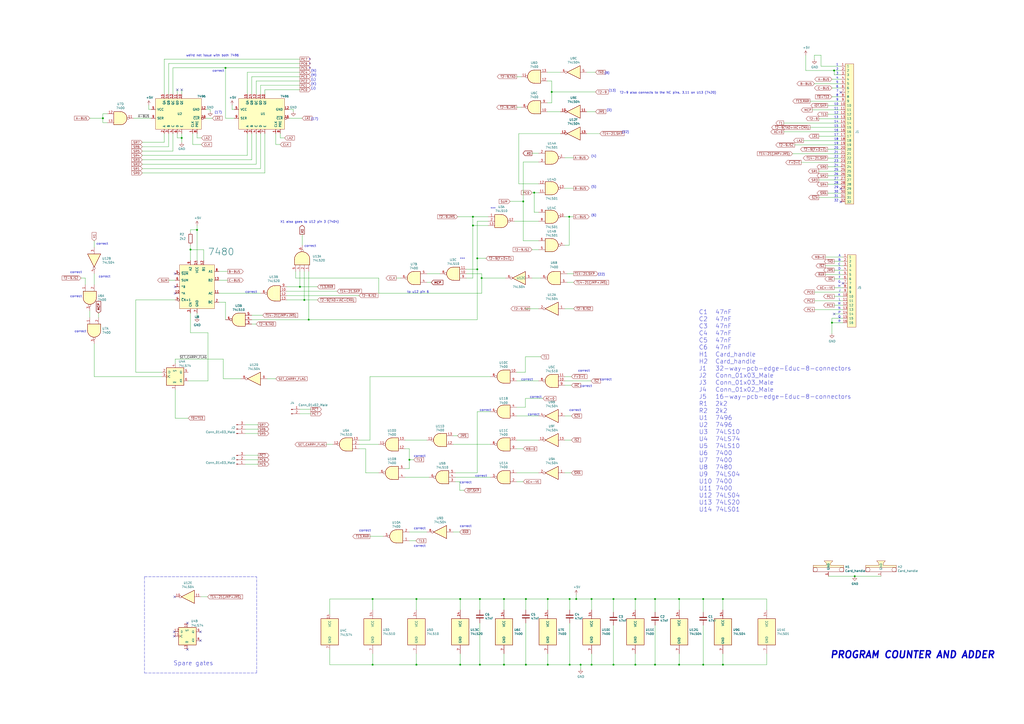
<source format=kicad_sch>
(kicad_sch (version 20211123) (generator eeschema)
  (paper "A2")
  (title_block (title "Program counter and adder") (date "2021-07-14") (rev "1") (company "Electronics Australia") (comment 1 "Designed by Jamieson Rowe") (comment 2 "Drawn by Gwyllym Suter"))
  (junction (at 330.454 347.472))
  (junction (at 368.554 347.472))
  (junction (at 368.554 385.572))
  (junction (at 317.754 385.572))
  (junction (at 334.264 347.472))
  (junction (at 110.49 144.78))
  (junction (at 173.99 166.37))
  (junction (at 305.054 385.572))
  (junction (at 336.804 385.572))
  (junction (at 59.69 68.58))
  (junction (at 317.754 347.472))
  (junction (at 292.354 385.572))
  (junction (at 266.954 385.572))
  (junction (at 292.354 347.472))
  (junction (at 330.2 125.73))
  (junction (at 274.32 130.81))
  (junction (at 278.384 347.472))
  (junction (at 105.41 80.01))
  (junction (at 309.88 111.76))
  (junction (at 303.53 116.84))
  (junction (at 274.32 125.73))
  (junction (at 330.454 385.572))
  (junction (at 343.154 385.572))
  (junction (at 355.854 385.572))
  (junction (at 266.954 347.472))
  (junction (at 279.4 161.29))
  (junction (at 130.81 39.37))
  (junction (at 379.984 385.572))
  (junction (at 176.53 173.99))
  (junction (at 241.554 385.572))
  (junction (at 419.354 385.572))
  (junction (at 393.954 347.472))
  (junction (at 179.07 185.42))
  (junction (at 355.854 347.472))
  (junction (at 483.87 40.894))
  (junction (at 393.954 385.572))
  (junction (at 241.554 347.472))
  (junction (at 305.054 347.472))
  (junction (at 216.154 385.572))
  (junction (at 278.384 385.572))
  (junction (at 495.808 334.264))
  (junction (at 237.49 266.7))
  (junction (at 276.86 149.86))
  (junction (at 114.3 133.35))
  (junction (at 379.984 347.472))
  (junction (at 407.924 347.472))
  (junction (at 216.154 347.472))
  (junction (at 407.924 385.572))
  (junction (at 343.154 347.472))
  (junction (at 419.354 347.472))
  (junction (at 482.6 187.198))
  (junction (at 320.04 53.34))
  (junction (at 276.86 156.21))
  (no_connect (at 101.092 369.062))
  (no_connect (at 108.712 361.442))
  (no_connect (at 108.712 376.682))
  (no_connect (at 101.092 366.522))
  (no_connect (at 116.332 366.522))
  (no_connect (at 116.332 371.602))
  (no_connect (at 101.6 170.18))
  (no_connect (at 101.6 158.75))
  (no_connect (at 101.6 166.37))
  (no_connect (at 487.68 109.474))
  (no_connect (at 483.87 182.118))
  (no_connect (at 102.87 52.07))
  (no_connect (at 488.95 164.338))
  (no_connect (at 487.68 117.094))
  (no_connect (at 105.41 52.07))
  (no_connect (at 487.68 53.594))
  (no_connect (at 101.346 346.202))
  (wire (pts (xy 118.11 151.13) (xy 118.11 144.78)))
  (wire (pts (xy 241.554 385.572) (xy 216.154 385.572)))
  (wire (pts (xy 208.28 257.81) (xy 219.71 257.81)))
  (wire (pts (xy 309.88 123.19) (xy 312.42 123.19)))
  (wire (pts (xy 276.86 128.27) (xy 276.86 149.86)))
  (wire (pts (xy 166.37 168.91) (xy 195.58 168.91)))
  (wire (pts (xy 127 170.18) (xy 151.13 170.18)))
  (wire (pts (xy 265.43 125.73) (xy 274.32 125.73)))
  (wire (pts (xy 295.91 116.84) (xy 303.53 116.84)))
  (wire (pts (xy 114.3 77.47) (xy 114.3 80.01)))
  (wire (pts (xy 472.44 48.514) (xy 487.68 48.514)))
  (wire (pts (xy 208.28 260.35) (xy 212.09 260.35)))
  (wire (pts (xy 52.07 180.34) (xy 52.07 184.15)))
  (wire (pts (xy 153.67 77.47) (xy 153.67 100.33)))
  (wire (pts (xy 101.6 208.28) (xy 129.54 208.28)))
  (wire (pts (xy 143.51 77.47) (xy 143.51 90.17)))
  (wire (pts (xy 78.74 215.9) (xy 93.98 215.9)))
  (wire (pts (xy 142.24 269.24) (xy 149.86 269.24)))
  (wire (pts (xy 317.754 353.822) (xy 317.754 347.472)))
  (wire (pts (xy 162.56 80.01) (xy 165.1 80.01)))
  (wire (pts (xy 482.6 187.198) (xy 482.6 193.548)))
  (wire (pts (xy 95.25 34.29) (xy 173.99 34.29)))
  (wire (pts (xy 334.264 347.472) (xy 343.154 347.472)))
  (wire (pts (xy 129.54 219.71) (xy 139.7 219.71)))
  (wire (pts (xy 143.51 90.17) (xy 82.55 90.17)))
  (wire (pts (xy 130.81 39.37) (xy 173.99 39.37)))
  (wire (pts (xy 241.554 379.222) (xy 241.554 385.572)))
  (wire (pts (xy 110.49 144.78) (xy 110.49 142.24)))
  (wire (pts (xy 176.53 173.99) (xy 184.15 173.99)))
  (wire (pts (xy 237.49 266.7) (xy 237.49 271.78)))
  (wire (pts (xy 299.72 274.32) (xy 312.42 274.32)))
  (wire (pts (xy 487.68 81.534) (xy 466.09 81.534)))
  (wire (pts (xy 216.154 347.472) (xy 191.262 347.472)))
  (wire (pts (xy 330.2 125.73) (xy 330.2 142.24)))
  (wire (pts (xy 487.68 71.374) (xy 454.66 71.374)))
  (wire (pts (xy 472.44 169.418) (xy 488.95 169.418)))
  (wire (pts (xy 118.11 144.78) (xy 110.49 144.78)))
  (wire (pts (xy 134.62 60.96) (xy 134.62 63.5)))
  (wire (pts (xy 336.804 388.112) (xy 336.804 385.572)))
  (polyline (pts (xy 83.82 390.398) (xy 148.844 390.398)))
  (wire (pts (xy 330.454 361.442) (xy 330.454 385.572)))
  (wire (pts (xy 444.754 385.572) (xy 444.754 379.222)))
  (wire (pts (xy 487.68 91.694) (xy 480.06 91.694)))
  (wire (pts (xy 234.95 260.35) (xy 237.49 260.35)))
  (wire (pts (xy 419.354 385.572) (xy 419.354 379.222)))
  (wire (pts (xy 320.04 46.99) (xy 317.5 46.99)))
  (wire (pts (xy 320.04 53.34) (xy 345.44 53.34)))
  (wire (pts (xy 476.25 32.004) (xy 472.44 32.004)))
  (wire (pts (xy 154.94 219.71) (xy 160.02 219.71)))
  (wire (pts (xy 276.86 149.86) (xy 276.86 156.21)))
  (wire (pts (xy 487.68 78.994) (xy 474.98 78.994)))
  (wire (pts (xy 266.954 379.222) (xy 266.954 385.572)))
  (wire (pts (xy 216.154 353.822) (xy 216.154 347.472)))
  (wire (pts (xy 487.68 86.614) (xy 480.06 86.614)))
  (wire (pts (xy 216.154 385.572) (xy 191.262 385.572)))
  (wire (pts (xy 480.06 101.854) (xy 487.68 101.854)))
  (wire (pts (xy 237.49 266.7) (xy 240.03 266.7)))
  (wire (pts (xy 419.354 353.822) (xy 419.354 347.472)))
  (wire (pts (xy 219.71 161.29) (xy 219.71 170.18)))
  (wire (pts (xy 488.95 187.198) (xy 482.6 187.198)))
  (wire (pts (xy 274.32 161.29) (xy 270.51 161.29)))
  (wire (pts (xy 110.49 133.35) (xy 114.3 133.35)))
  (wire (pts (xy 54.61 218.44) (xy 93.98 218.44)))
  (wire (pts (xy 393.954 347.472) (xy 379.984 347.472)))
  (wire (pts (xy 100.33 77.47) (xy 100.33 87.63)))
  (wire (pts (xy 146.05 92.71) (xy 82.55 92.71)))
  (wire (pts (xy 304.8 231.14) (xy 314.96 231.14)))
  (wire (pts (xy 49.53 161.29) (xy 46.99 161.29)))
  (wire (pts (xy 148.59 46.99) (xy 173.99 46.99)))
  (wire (pts (xy 368.554 385.572) (xy 355.854 385.572)))
  (wire (pts (xy 62.23 66.04) (xy 59.69 66.04)))
  (wire (pts (xy 483.87 166.878) (xy 488.95 166.878)))
  (wire (pts (xy 234.95 255.27) (xy 247.65 255.27)))
  (wire (pts (xy 151.13 54.61) (xy 151.13 49.53)))
  (wire (pts (xy 379.984 362.712) (xy 379.984 385.572)))
  (wire (pts (xy 160.02 83.82) (xy 160.02 77.47)))
  (wire (pts (xy 487.68 40.894) (xy 483.87 40.894)))
  (wire (pts (xy 308.61 144.78) (xy 312.42 144.78)))
  (wire (pts (xy 487.68 73.914) (xy 469.9 73.914)))
  (wire (pts (xy 487.68 84.074) (xy 461.01 84.074)))
  (wire (pts (xy 102.87 77.47) (xy 102.87 80.01)))
  (wire (pts (xy 59.69 68.58) (xy 52.07 68.58)))
  (wire (pts (xy 368.554 347.472) (xy 368.554 353.822)))
  (wire (pts (xy 173.99 166.37) (xy 166.37 166.37)))
  (wire (pts (xy 266.7 279.4) (xy 266.7 284.48)))
  (wire (pts (xy 262.89 252.73) (xy 265.43 252.73)))
  (wire (pts (xy 274.32 130.81) (xy 274.32 161.29)))
  (wire (pts (xy 179.07 185.42) (xy 276.86 185.42)))
  (wire (pts (xy 146.05 187.96) (xy 148.59 187.96)))
  (wire (pts (xy 292.354 353.822) (xy 292.354 347.472)))
  (wire (pts (xy 299.72 255.27) (xy 312.42 255.27)))
  (wire (pts (xy 247.65 158.75) (xy 255.27 158.75)))
  (wire (pts (xy 379.984 355.092) (xy 379.984 347.472)))
  (wire (pts (xy 355.854 355.092) (xy 355.854 347.472)))
  (wire (pts (xy 116.586 346.202) (xy 120.396 346.202)))
  (wire (pts (xy 483.87 40.894) (xy 467.36 40.894)))
  (wire (pts (xy 278.384 347.472) (xy 292.354 347.472)))
  (wire (pts (xy 49.53 165.1) (xy 49.53 161.29)))
  (wire (pts (xy 407.924 385.572) (xy 419.354 385.572)))
  (wire (pts (xy 482.6 184.658) (xy 482.6 187.198)))
  (wire (pts (xy 340.36 64.77) (xy 345.44 64.77)))
  (wire (pts (xy 54.61 199.39) (xy 54.61 218.44)))
  (wire (pts (xy 320.04 53.34) (xy 320.04 46.99)))
  (wire (pts (xy 129.54 208.28) (xy 129.54 219.71)))
  (wire (pts (xy 237.49 313.69) (xy 241.3 313.69)))
  (wire (pts (xy 237.49 271.78) (xy 234.95 271.78)))
  (wire (pts (xy 368.554 379.222) (xy 368.554 385.572)))
  (wire (pts (xy 274.32 130.81) (xy 274.32 125.73)))
  (wire (pts (xy 148.59 77.47) (xy 148.59 95.25)))
  (wire (pts (xy 483.87 161.798) (xy 488.95 161.798)))
  (wire (pts (xy 368.554 385.572) (xy 379.984 385.572)))
  (wire (pts (xy 328.93 158.75) (xy 332.74 158.75)))
  (wire (pts (xy 241.554 347.472) (xy 266.954 347.472)))
  (wire (pts (xy 170.18 63.5) (xy 170.18 64.77)))
  (wire (pts (xy 299.72 236.22) (xy 304.8 236.22)))
  (wire (pts (xy 175.26 142.24) (xy 175.26 135.89)))
  (wire (pts (xy 488.95 174.498) (xy 472.44 174.498)))
  (wire (pts (xy 480.06 106.934) (xy 487.68 106.934)))
  (wire (pts (xy 472.44 32.004) (xy 472.44 34.544)))
  (wire (pts (xy 86.36 63.5) (xy 87.63 63.5)))
  (wire (pts (xy 330.454 347.472) (xy 334.264 347.472)))
  (wire (pts (xy 102.87 54.61) (xy 102.87 52.07)))
  (wire (pts (xy 317.5 41.91) (xy 325.12 41.91)))
  (wire (pts (xy 317.754 379.222) (xy 317.754 385.572)))
  (wire (pts (xy 270.51 158.75) (xy 279.4 158.75)))
  (wire (pts (xy 212.09 274.32) (xy 219.71 274.32)))
  (wire (pts (xy 143.51 54.61) (xy 143.51 41.91)))
  (wire (pts (xy 102.87 80.01) (xy 105.41 80.01)))
  (wire (pts (xy 105.41 80.01) (xy 105.41 82.55)))
  (wire (pts (xy 167.64 68.58) (xy 175.26 68.58)))
  (wire (pts (xy 114.3 184.15) (xy 114.3 181.61)))
  (wire (pts (xy 153.67 100.33) (xy 82.55 100.33)))
  (wire (pts (xy 480.06 96.774) (xy 487.68 96.774)))
  (wire (pts (xy 298.45 128.27) (xy 312.42 128.27)))
  (wire (pts (xy 264.16 279.4) (xy 266.7 279.4)))
  (wire (pts (xy 278.384 385.572) (xy 266.954 385.572)))
  (wire (pts (xy 97.79 36.83) (xy 173.99 36.83)))
  (wire (pts (xy 278.384 361.442) (xy 278.384 385.572)))
  (wire (pts (xy 330.2 125.73) (xy 332.74 125.73)))
  (wire (pts (xy 54.61 139.7) (xy 54.61 143.51)))
  (wire (pts (xy 54.61 165.1) (xy 54.61 158.75)))
  (wire (pts (xy 327.66 241.3) (xy 331.47 241.3)))
  (wire (pts (xy 148.59 54.61) (xy 148.59 46.99)))
  (wire (pts (xy 95.25 54.61) (xy 95.25 34.29)))
  (wire (pts (xy 343.154 385.572) (xy 336.804 385.572)))
  (wire (pts (xy 305.054 353.822) (xy 305.054 347.472)))
  (wire (pts (xy 142.24 251.46) (xy 149.86 251.46)))
  (wire (pts (xy 219.71 170.18) (xy 279.4 170.18)))
  (wire (pts (xy 97.79 162.56) (xy 101.6 162.56)))
  (wire (pts (xy 487.68 94.234) (xy 464.82 94.234)))
  (wire (pts (xy 142.24 246.38) (xy 149.86 246.38)))
  (wire (pts (xy 407.924 362.712) (xy 407.924 385.572)))
  (wire (pts (xy 276.86 156.21) (xy 270.51 156.21)))
  (wire (pts (xy 167.64 63.5) (xy 170.18 63.5)))
  (wire (pts (xy 308.61 111.76) (xy 309.88 111.76)))
  (wire (pts (xy 393.954 379.222) (xy 393.954 385.572)))
  (wire (pts (xy 303.53 260.35) (xy 299.72 260.35)))
  (wire (pts (xy 330.454 353.822) (xy 330.454 347.472)))
  (wire (pts (xy 303.53 93.98) (xy 303.53 116.84)))
  (polyline (pts (xy 83.82 334.518) (xy 148.844 334.518)))
  (wire (pts (xy 487.68 61.214) (xy 480.06 61.214)))
  (wire (pts (xy 328.93 163.83) (xy 332.74 163.83)))
  (wire (pts (xy 166.37 173.99) (xy 176.53 173.99)))
  (wire (pts (xy 340.36 77.47) (xy 347.98 77.47)))
  (wire (pts (xy 173.99 157.48) (xy 173.99 166.37)))
  (wire (pts (xy 193.04 257.81) (xy 189.23 257.81)))
  (wire (pts (xy 330.2 142.24) (xy 327.66 142.24)))
  (wire (pts (xy 266.954 347.472) (xy 278.384 347.472)))
  (wire (pts (xy 303.53 116.84) (xy 303.53 139.7)))
  (wire (pts (xy 234.95 276.86) (xy 248.92 276.86)))
  (wire (pts (xy 487.68 58.674) (xy 469.9 58.674)))
  (wire (pts (xy 334.264 344.932) (xy 334.264 347.472)))
  (wire (pts (xy 292.354 347.472) (xy 305.054 347.472)))
  (wire (pts (xy 478.79 159.258) (xy 488.95 159.258)))
  (wire (pts (xy 487.68 89.154) (xy 459.74 89.154)))
  (wire (pts (xy 59.69 68.58) (xy 59.69 71.12)))
  (wire (pts (xy 330.454 385.572) (xy 317.754 385.572)))
  (wire (pts (xy 483.87 40.894) (xy 483.87 43.434)))
  (wire (pts (xy 101.6 210.82) (xy 101.6 208.28)))
  (wire (pts (xy 495.808 334.264) (xy 511.048 334.264)))
  (polyline (pts (xy 83.82 334.518) (xy 83.82 390.398)))
  (wire (pts (xy 317.754 347.472) (xy 330.454 347.472)))
  (wire (pts (xy 325.12 77.47) (xy 300.99 77.47)))
  (wire (pts (xy 281.94 149.86) (xy 276.86 149.86)))
  (wire (pts (xy 355.854 362.712) (xy 355.854 385.572)))
  (wire (pts (xy 151.13 49.53) (xy 173.99 49.53)))
  (wire (pts (xy 488.95 171.958) (xy 483.87 171.958)))
  (wire (pts (xy 327.66 125.73) (xy 330.2 125.73)))
  (wire (pts (xy 78.74 215.9) (xy 78.74 173.99)))
  (wire (pts (xy 97.79 54.61) (xy 97.79 36.83)))
  (wire (pts (xy 327.66 255.27) (xy 331.47 255.27)))
  (wire (pts (xy 483.87 156.718) (xy 488.95 156.718)))
  (wire (pts (xy 478.79 154.178) (xy 488.95 154.178)))
  (wire (pts (xy 444.754 347.472) (xy 444.754 353.822)))
  (wire (pts (xy 86.36 60.96) (xy 86.36 63.5)))
  (wire (pts (xy 393.954 353.822) (xy 393.954 347.472)))
  (wire (pts (xy 146.05 182.88) (xy 152.4 182.88)))
  (wire (pts (xy 487.68 63.754) (xy 471.17 63.754)))
  (wire (pts (xy 110.49 193.04) (xy 120.65 193.04)))
  (wire (pts (xy 474.98 99.314) (xy 487.68 99.314)))
  (wire (pts (xy 237.49 308.61) (xy 247.65 308.61)))
  (wire (pts (xy 276.86 238.76) (xy 276.86 274.32)))
  (wire (pts (xy 336.804 385.572) (xy 330.454 385.572)))
  (wire (pts (xy 487.68 68.834) (xy 474.98 68.834)))
  (wire (pts (xy 327.66 220.98) (xy 342.9 220.98)))
  (wire (pts (xy 303.53 139.7) (xy 312.42 139.7)))
  (wire (pts (xy 419.354 347.472) (xy 407.924 347.472)))
  (wire (pts (xy 77.47 68.58) (xy 87.63 68.58)))
  (wire (pts (xy 299.72 62.23) (xy 302.26 62.23)))
  (wire (pts (xy 292.354 379.222) (xy 292.354 385.572)))
  (wire (pts (xy 266.954 353.822) (xy 266.954 347.472)))
  (wire (pts (xy 478.79 149.098) (xy 488.95 149.098)))
  (wire (pts (xy 279.4 161.29) (xy 293.37 161.29)))
  (wire (pts (xy 59.69 66.04) (xy 59.69 68.58)))
  (wire (pts (xy 146.05 77.47) (xy 146.05 92.71)))
  (wire (pts (xy 482.6 51.054) (xy 487.68 51.054)))
  (wire (pts (xy 343.154 379.222) (xy 343.154 385.572)))
  (wire (pts (xy 59.69 71.12) (xy 62.23 71.12)))
  (wire (pts (xy 488.95 177.038) (xy 483.87 177.038)))
  (wire (pts (xy 160.02 83.82) (xy 162.56 83.82)))
  (wire (pts (xy 320.04 59.69) (xy 320.04 53.34)))
  (wire (pts (xy 467.36 40.894) (xy 467.36 32.004)))
  (wire (pts (xy 274.32 125.73) (xy 283.21 125.73)))
  (wire (pts (xy 487.68 112.014) (xy 480.06 112.014)))
  (wire (pts (xy 109.22 220.98) (xy 120.65 220.98)))
  (wire (pts (xy 114.3 130.81) (xy 114.3 133.35)))
  (wire (pts (xy 146.05 44.45) (xy 173.99 44.45)))
  (wire (pts (xy 299.72 44.45) (xy 302.26 44.45)))
  (wire (pts (xy 119.38 68.58) (xy 123.19 68.58)))
  (wire (pts (xy 327.66 179.07) (xy 332.74 179.07)))
  (wire (pts (xy 474.98 104.394) (xy 487.68 104.394)))
  (wire (pts (xy 300.99 106.68) (xy 312.42 106.68)))
  (wire (pts (xy 171.45 157.48) (xy 171.45 161.29)))
  (wire (pts (xy 355.854 385.572) (xy 343.154 385.572)))
  (wire (pts (xy 278.384 353.822) (xy 278.384 347.472)))
  (wire (pts (xy 487.68 56.134) (xy 482.6 56.134)))
  (wire (pts (xy 407.924 355.092) (xy 407.924 347.472)))
  (wire (pts (xy 317.5 59.69) (xy 320.04 59.69)))
  (wire (pts (xy 57.15 181.61) (xy 57.15 184.15)))
  (wire (pts (xy 327.66 274.32) (xy 331.47 274.32)))
  (wire (pts (xy 97.79 77.47) (xy 97.79 85.09)))
  (wire (pts (xy 105.41 77.47) (xy 105.41 80.01)))
  (wire (pts (xy 109.22 242.57) (xy 101.6 242.57)))
  (wire (pts (xy 229.87 161.29) (xy 232.41 161.29)))
  (wire (pts (xy 284.48 238.76) (xy 276.86 238.76)))
  (wire (pts (xy 305.054 347.472) (xy 317.754 347.472)))
  (wire (pts (xy 130.81 68.58) (xy 135.89 68.58)))
  (wire (pts (xy 312.42 93.98) (xy 303.53 93.98)))
  (wire (pts (xy 264.16 276.86) (xy 284.48 276.86)))
  (wire (pts (xy 134.62 63.5) (xy 135.89 63.5)))
  (wire (pts (xy 480.568 334.264) (xy 495.808 334.264)))
  (wire (pts (xy 173.99 166.37) (xy 184.15 166.37)))
  (wire (pts (xy 483.87 43.434) (xy 487.68 43.434)))
  (wire (pts (xy 327.66 218.44) (xy 331.47 218.44)))
  (wire (pts (xy 97.79 85.09) (xy 82.55 85.09)))
  (wire (pts (xy 487.68 38.354) (xy 476.25 38.354)))
  (wire (pts (xy 304.8 179.07) (xy 312.42 179.07)))
  (wire (pts (xy 100.33 39.37) (xy 130.81 39.37)))
  (wire (pts (xy 304.8 236.22) (xy 304.8 231.14)))
  (wire (pts (xy 121.92 63.5) (xy 121.92 64.77)))
  (wire (pts (xy 262.89 308.61) (xy 266.7 308.61)))
  (wire (pts (xy 317.5 64.77) (xy 325.12 64.77)))
  (wire (pts (xy 208.28 255.27) (xy 214.63 255.27)))
  (wire (pts (xy 327.66 109.22) (xy 332.74 109.22)))
  (wire (pts (xy 148.59 95.25) (xy 82.55 95.25)))
  (wire (pts (xy 151.13 97.79) (xy 82.55 97.79)))
  (wire (pts (xy 308.61 88.9) (xy 312.42 88.9)))
  (wire (pts (xy 222.25 311.15) (xy 214.63 311.15)))
  (wire (pts (xy 476.25 38.354) (xy 476.25 32.004)))
  (wire (pts (xy 171.45 161.29) (xy 219.71 161.29)))
  (wire (pts (xy 487.68 114.554) (xy 474.98 114.554)))
  (wire (pts (xy 317.754 385.572) (xy 305.054 385.572)))
  (wire (pts (xy 119.38 63.5) (xy 121.92 63.5)))
  (wire (pts (xy 241.554 353.822) (xy 241.554 347.472)))
  (wire (pts (xy 309.88 111.76) (xy 312.42 111.76)))
  (wire (pts (xy 300.99 77.47) (xy 300.99 106.68)))
  (wire (pts (xy 179.07 157.48) (xy 179.07 185.42)))
  (wire (pts (xy 180.34 237.49) (xy 173.99 237.49)))
  (wire (pts (xy 276.86 274.32) (xy 264.16 274.32)))
  (wire (pts (xy 212.09 260.35) (xy 212.09 274.32)))
  (wire (pts (xy 127 175.26) (xy 130.81 175.26)))
  (wire (pts (xy 274.32 130.81) (xy 283.21 130.81)))
  (wire (pts (xy 488.95 182.118) (xy 483.87 182.118)))
  (wire (pts (xy 95.25 82.55) (xy 95.25 77.47)))
  (wire (pts (xy 299.72 215.9) (xy 304.8 215.9)))
  (wire (pts (xy 216.154 385.572) (xy 216.154 379.222)))
  (wire (pts (xy 101.6 226.06) (xy 101.6 242.57)))
  (wire (pts (xy 146.05 185.42) (xy 179.07 185.42)))
  (wire (pts (xy 120.65 193.04) (xy 120.65 220.98)))
  (wire (pts (xy 292.354 385.572) (xy 278.384 385.572)))
  (wire (pts (xy 279.4 161.29) (xy 279.4 158.75)))
  (wire (pts (xy 191.262 385.572) (xy 191.262 376.682)))
  (wire (pts (xy 142.24 248.92) (xy 149.86 248.92)))
  (wire (pts (xy 130.81 175.26) (xy 130.81 185.42)))
  (wire (pts (xy 216.154 347.472) (xy 241.554 347.472)))
  (wire (pts (xy 166.37 171.45) (xy 208.28 171.45)))
  (wire (pts (xy 78.74 173.99) (xy 101.6 173.99)))
  (wire (pts (xy 343.154 347.472) (xy 355.854 347.472)))
  (wire (pts (xy 327.66 91.44) (xy 332.74 91.44)))
  (wire (pts (xy 127 162.56) (xy 132.08 162.56)))
  (wire (pts (xy 111.76 77.47) (xy 111.76 83.82)))
  (wire (pts (xy 191.262 347.472) (xy 191.262 356.362)))
  (wire (pts (xy 419.354 347.472) (xy 444.754 347.472)))
  (wire (pts (xy 488.95 179.578) (xy 472.44 179.578)))
  (wire (pts (xy 127 157.48) (xy 132.08 157.48)))
  (wire (pts (xy 379.984 347.472) (xy 368.554 347.472)))
  (wire (pts (xy 114.3 133.35) (xy 114.3 151.13)))
  (wire (pts (xy 214.63 218.44) (xy 284.48 218.44)))
  (wire (pts (xy 266.954 385.572) (xy 241.554 385.572)))
  (wire (pts (xy 308.61 161.29) (xy 313.69 161.29)))
  (wire (pts (xy 305.054 385.572) (xy 292.354 385.572)))
  (wire (pts (xy 355.854 347.472) (xy 368.554 347.472)))
  (wire (pts (xy 153.67 52.07) (xy 173.99 52.07)))
  (wire (pts (xy 143.51 41.91) (xy 173.99 41.91)))
  (wire (pts (xy 487.68 76.454) (xy 454.66 76.454)))
  (wire (pts (xy 407.924 347.472) (xy 393.954 347.472)))
  (wire (pts (xy 111.76 83.82) (xy 116.84 83.82)))
  (polyline (pts (xy 148.844 390.398) (xy 148.844 334.518)))
  (wire (pts (xy 299.72 241.3) (xy 312.42 241.3)))
  (wire (pts (xy 162.56 77.47) (xy 162.56 80.01)))
  (wire (pts (xy 343.154 353.822) (xy 343.154 347.472)))
  (wire (pts (xy 142.24 266.7) (xy 149.86 266.7)))
  (wire (pts (xy 180.34 240.03) (xy 173.99 240.03)))
  (wire (pts (xy 304.8 207.01) (xy 313.69 207.01)))
  (wire (pts (xy 247.65 163.83) (xy 250.19 163.83)))
  (wire (pts (xy 176.53 157.48) (xy 176.53 173.99)))
  (wire (pts (xy 105.41 54.61) (xy 105.41 52.07)))
  (wire (pts (xy 482.6 45.974) (xy 487.68 45.974)))
  (wire (pts (xy 327.66 223.52) (xy 331.47 223.52)))
  (wire (pts (xy 379.984 385.572) (xy 393.954 385.572)))
  (wire (pts (xy 276.86 156.21) (xy 276.86 185.42)))
  (wire (pts (xy 153.67 54.61) (xy 153.67 52.07)))
  (wire (pts (xy 304.8 215.9) (xy 304.8 207.01)))
  (wire (pts (xy 114.3 80.01) (xy 116.84 80.01)))
  (wire (pts (xy 276.86 128.27) (xy 283.21 128.27)))
  (wire (pts (xy 419.354 385.572) (xy 444.754 385.572)))
  (wire (pts (xy 340.36 41.91) (xy 345.44 41.91)))
  (wire (pts (xy 284.48 257.81) (xy 262.89 257.81)))
  (wire (pts (xy 305.054 361.442) (xy 305.054 385.572)))
  (wire (pts (xy 100.33 87.63) (xy 82.55 87.63)))
  (wire (pts (xy 279.4 170.18) (xy 279.4 161.29)))
  (wire (pts (xy 488.95 184.658) (xy 482.6 184.658)))
  (wire (pts (xy 393.954 385.572) (xy 407.924 385.572)))
  (wire (pts (xy 483.87 151.638) (xy 488.95 151.638)))
  (wire (pts (xy 142.24 264.16) (xy 149.86 264.16)))
  (wire (pts (xy 487.68 66.294) (xy 480.06 66.294)))
  (wire (pts (xy 299.72 220.98) (xy 312.42 220.98)))
  (wire (pts (xy 130.81 39.37) (xy 130.81 68.58)))
  (wire (pts (xy 110.49 144.78) (xy 110.49 151.13)))
  (wire (pts (xy 110.49 134.62) (xy 110.49 133.35)))
  (wire (pts (xy 100.33 39.37) (xy 100.33 54.61)))
  (wire (pts (xy 110.49 181.61) (xy 110.49 193.04)))
  (wire (pts (xy 266.7 284.48) (xy 269.24 284.48)))
  (wire (pts (xy 303.53 279.4) (xy 299.72 279.4)))
  (wire (pts (xy 146.05 54.61) (xy 146.05 44.45)))
  (wire (pts (xy 237.49 260.35) (xy 237.49 266.7)))
  (wire (pts (xy 214.63 255.27) (xy 214.63 218.44)))
  (wire (pts (xy 151.13 77.47) (xy 151.13 97.79)))
  (wire (pts (xy 309.88 123.19) (xy 309.88 111.76)))
  (wire (pts (xy 95.25 82.55) (xy 82.55 82.55)))
  (text "22" (at 486.41 91.694 180) (effects (font (size 1.27 1.27)) (justify right bottom)))
  (text "correct" (at 55.88 142.24 0) (effects (font (size 1.27 1.27)) (justify left bottom)))
  (text "B" (at 487.68 151.638 180) (effects (font (size 1.27 1.27)) (justify right bottom)))
  (text "(M)\n" (at 180.34 44.45 0) (effects (font (size 1.27 1.27)) (justify left bottom)))
  (text "(B)" (at 350.52 43.18 0) (effects (font (size 1.27 1.27)) (justify left bottom)))
  (text "H" (at 487.68 166.878 180) (effects (font (size 1.27 1.27)) (justify right bottom)))
  (text "correct" (at 302.26 220.98 0) (effects (font (size 1.27 1.27)) (justify left bottom)))
  (text "correct" (at 40.64 172.72 0) (effects (font (size 1.27 1.27)) (justify left bottom)))
  (text "correct" (at 176.53 143.51 0) (effects (font (size 1.27 1.27)) (justify left bottom)))
  (text "correct" (at 347.98 220.98 0) (effects (font (size 1.27 1.27)) (justify left bottom)))
  (text "D" (at 487.68 156.718 180) (effects (font (size 1.27 1.27)) (justify right bottom)))
  (text "correct" (at 275.59 276.86 0) (effects (font (size 1.27 1.27)) (justify left bottom)))
  (text "28" (at 486.41 106.934 180) (effects (font (size 1.27 1.27)) (justify right bottom)))
  (text "1" (at 486.41 38.354 180) (effects (font (size 1.27 1.27)) (justify right bottom)))
  (text "***" (at 284.48 121.92 0) (effects (font (size 1.27 1.27)) (justify left bottom)))
  (text "5" (at 486.41 48.514 180) (effects (font (size 1.27 1.27)) (justify right bottom)))
  (text "*" (at 179.07 38.1 0) (effects (font (size 1.27 1.27)) (justify left bottom)))
  (text "(L)" (at 180.34 46.99 0) (effects (font (size 1.27 1.27)) (justify left bottom)))
  (text "correct" (at 208.28 308.61 0) (effects (font (size 1.27 1.27)) (justify left bottom)))
  (text "(22)" (at 346.71 160.02 0) (effects (font (size 1.27 1.27)) (justify left bottom)))
  (text "E" (at 487.68 159.258 180) (effects (font (size 1.27 1.27)) (justify right bottom)))
  (text "*" (at 179.07 40.64 0) (effects (font (size 1.27 1.27)) (justify left bottom)))
  (text "29" (at 486.41 109.474 180) (effects (font (size 1.27 1.27)) (justify right bottom)))
  (text "12" (at 486.41 66.294 180) (effects (font (size 1.27 1.27)) (justify right bottom)))
  (text "correct" (at 307.34 231.14 0) (effects (font (size 1.27 1.27)) (justify left bottom)))
  (text "correct" (at 123.19 41.91 0) (effects (font (size 1.27 1.27)) (justify left bottom)))
  (text "15" (at 486.41 73.914 180) (effects (font (size 1.27 1.27)) (justify right bottom)))
  (text "correct" (at 40.64 158.75 0) (effects (font (size 1.27 1.27)) (justify left bottom)))
  (text "(17)\n" (at 124.46 66.04 0) (effects (font (size 1.27 1.27)) (justify left bottom)))
  (text "correct" (at 330.2 238.76 0) (effects (font (size 1.27 1.27)) (justify left bottom)))
  (text "correct" (at 142.24 170.18 0) (effects (font (size 1.27 1.27)) (justify left bottom)))
  (text "(13)" (at 353.06 53.34 0) (effects (font (size 1.27 1.27)) (justify left bottom)))
  (text "(6)" (at 342.9 125.73 0) (effects (font (size 1.27 1.27)) (justify left bottom)))
  (text "K" (at 487.68 171.958 180) (effects (font (size 1.27 1.27)) (justify right bottom)))
  (text "P" (at 487.68 182.118 180) (effects (font (size 1.27 1.27)) (justify right bottom)))
  (text "(5)" (at 342.9 109.22 0) (effects (font (size 1.27 1.27)) (justify left bottom)))
  (text "13" (at 486.41 68.834 180) (effects (font (size 1.27 1.27)) (justify right bottom)))
  (text "M" (at 487.68 177.038 180) (effects (font (size 1.27 1.27)) (justify right bottom)))
  (text "(K)" (at 180.34 49.53 0) (effects (font (size 1.27 1.27)) (justify left bottom)))
  (text "F" (at 487.68 161.798 180) (effects (font (size 1.27 1.27)) (justify right bottom)))
  (text "25" (at 486.41 99.314 180) (effects (font (size 1.27 1.27)) (justify right bottom)))
  (text "X1 also goes to U12 pin 3 (7404)" (at 162.56 129.54 0) (effects (font (size 1.27 1.27)) (justify left bottom)))
  (text "31" (at 486.41 114.554 180) (effects (font (size 1.27 1.27)) (justify right bottom)))
  (text "(J)" (at 180.34 52.07 0) (effects (font (size 1.27 1.27)) (justify left bottom)))
  (text "32" (at 486.41 117.094 180) (effects (font (size 1.27 1.27)) (justify right bottom)))
  (text "7" (at 486.41 53.594 180) (effects (font (size 1.27 1.27)) (justify right bottom)))
  (text "24" (at 486.41 96.774 180) (effects (font (size 1.27 1.27)) (justify right bottom)))
  (text "20" (at 486.41 86.614 180) (effects (font (size 1.27 1.27)) (justify right bottom)))
  (text "(N)" (at 180.34 41.91 0) (effects (font (size 1.27 1.27)) (justify left bottom)))
  (text "correct" (at 57.15 161.29 0) (effects (font (size 1.27 1.27)) (justify left bottom)))
  (text "27" (at 486.41 104.394 180) (effects (font (size 1.27 1.27)) (justify right bottom)))
  (text "(22)" (at 360.68 77.47 0) (effects (font (size 1.27 1.27)) (justify left bottom)))
  (text "2" (at 486.41 40.894 180) (effects (font (size 1.27 1.27)) (justify right bottom)))
  (text "correct" (at 266.7 280.67 0) (effects (font (size 1.27 1.27)) (justify left bottom)))
  (text "(17)\n" (at 180.34 69.85 0) (effects (font (size 1.27 1.27)) (justify left bottom)))
  (text "correct" (at 240.03 265.43 0) (effects (font (size 1.27 1.27)) (justify left bottom)))
  (text "4" (at 486.41 45.974 180) (effects (font (size 1.27 1.27)) (justify right bottom)))
  (text "correct" (at 336.55 224.79 0) (effects (font (size 1.27 1.27)) (justify left bottom)))
  (text "correct" (at 266.7 306.07 0) (effects (font (size 1.27 1.27)) (justify left bottom)))
  (text "30" (at 486.41 112.014 180) (effects (font (size 1.27 1.27)) (justify right bottom)))
  (text "correct" (at 240.03 317.5 0) (effects (font (size 1.27 1.27)) (justify left bottom)))
  (text "A" (at 487.68 149.098 180) (effects (font (size 1.27 1.27)) (justify right bottom)))
  (text "C1	47nF\nC2	47nF\nC3	47nF\nC4	47nF\nC5	47nF\nC6	47nF\nH1	Card_handle\nH2	Card_handle\nJ1	32-way-pcb-edge-Educ-8-connectors\nJ2	Conn_01x03_Male\nJ3	Conn_01x03_Male\nJ4	Conn_01x02_Male\nJ5	16-way-pcb-edge-Educ-8-connectors\nR1	2k2\nR2	2k2\nU1	7496\nU2	7496\nU3	74LS10\nU4	74LS74\nU5	74LS10\nU6	7400\nU7	7400\nU8	7480\nU9	74LS04\nU10	7400\nU11	7400\nU12	74LS04\nU13	74LS20\nU14	74LS01\n" (at 405.384 297.18 0) (effects (font (size 2.54 2.54)) (justify left bottom)))
  (text "correct" (at 43.18 193.04 0) (effects (font (size 1.27 1.27)) (justify left bottom)))
  (text "18" (at 486.41 81.534 180) (effects (font (size 1.27 1.27)) (justify right bottom)))
  (text "*" (at 179.07 35.56 0) (effects (font (size 1.27 1.27)) (justify left bottom)))
  (text "9" (at 486.41 58.674 180) (effects (font (size 1.27 1.27)) (justify right bottom)))
  (text "C" (at 487.68 154.178 180) (effects (font (size 1.27 1.27)) (justify right bottom)))
  (text "R" (at 487.68 187.198 180) (effects (font (size 1.27 1.27)) (justify right bottom)))
  (text "correct" (at 335.28 215.9 0) (effects (font (size 1.27 1.27)) (justify left bottom)))
  (text "14" (at 486.41 71.374 180) (effects (font (size 1.27 1.27)) (justify right bottom)))
  (text "J" (at 487.68 169.418 180) (effects (font (size 1.27 1.27)) (justify right bottom)))
  (text "10" (at 486.41 61.214 180) (effects (font (size 1.27 1.27)) (justify right bottom)))
  (text "21" (at 486.41 89.154 180) (effects (font (size 1.27 1.27)) (justify right bottom)))
  (text "3" (at 486.41 43.434 180) (effects (font (size 1.27 1.27)) (justify right bottom)))
  (text "(4)" (at 342.9 91.44 0) (effects (font (size 1.27 1.27)) (justify left bottom)))
  (text "PROGRAM COUNTER AND ADDER\n" (at 481.33 382.27 0) (effects (font (size 3.9878 3.9878) (thickness 0.7976) bold italic) (justify left bottom)))
  (text "T2-9 also connects to the NC pins, 3,11 on U13 (7420)" (at 359.41 54.61 0) (effects (font (size 1.27 1.27)) (justify left bottom)))
  (text "L" (at 487.68 174.498 180) (effects (font (size 1.27 1.27)) (justify right bottom)))
  (text "G" (at 487.68 164.338 180) (effects (font (size 1.27 1.27)) (justify right bottom)))
  (text "***" (at 266.7 151.13 0) (effects (font (size 1.27 1.27)) (justify left bottom)))
  (text "19" (at 486.41 84.074 180) (effects (font (size 1.27 1.27)) (justify right bottom)))
  (text "11" (at 486.41 63.754 180) (effects (font (size 1.27 1.27)) (justify right bottom)))
  (text "weird net issue with both 7496" (at 107.95 33.02 0) (effects (font (size 1.27 1.27)) (justify left bottom)))
  (text "17" (at 486.41 78.994 180) (effects (font (size 1.27 1.27)) (justify right bottom)))
  (text "N" (at 487.68 179.578 180) (effects (font (size 1.27 1.27)) (justify right bottom)))
  (text "Q" (at 487.68 184.658 180) (effects (font (size 1.27 1.27)) (justify right bottom)))
  (text "8" (at 486.41 56.134 180) (effects (font (size 1.27 1.27)) (justify right bottom)))
  (text "correct" (at 306.07 241.3 0) (effects (font (size 1.27 1.27)) (justify left bottom)))
  (text "16" (at 486.41 76.454 180) (effects (font (size 1.27 1.27)) (justify right bottom)))
  (text "correct" (at 240.03 307.34 0) (effects (font (size 1.27 1.27)) (justify left bottom)))
  (text "correct" (at 278.13 238.76 0) (effects (font (size 1.27 1.27)) (justify left bottom)))
  (text "6" (at 486.41 51.054 180) (effects (font (size 1.27 1.27)) (justify right bottom)))
  (text "(D)" (at 351.79 64.77 0) (effects (font (size 1.27 1.27)) (justify left bottom)))
  (text "Spare gates\n" (at 100.584 386.334 0) (effects (font (size 2.54 2.54)) (justify left bottom)))
  (text "23" (at 486.41 94.234 180) (effects (font (size 1.27 1.27)) (justify right bottom)))
  (text "26" (at 486.41 101.854 180) (effects (font (size 1.27 1.27)) (justify right bottom)))
  (text "to u12 pin 6" (at 236.22 170.18 0) (effects (font (size 1.27 1.27)) (justify left bottom)))
  (label "~{A-BUS}" (at 80.01 68.58 0))
  (label "~{SET_CARRY_FLAG}" (at 104.14 208.28 0))
  (global_label "SR3" (shape input) (at 82.55 92.71 180) (property "Intersheet References" "${INTERSHEET_REFS}" (effects hide)))
  (global_label "~{ISZ}" (shape input) (at 342.9 220.98 0) (property "Intersheet References" "${INTERSHEET_REFS}" (effects hide)))
  (global_label "~{LA1}" (shape input) (at 123.19 68.58 0) (property "Intersheet References" "${INTERSHEET_REFS}" (effects hide)))
  (global_label "PC5" (shape output) (at 149.86 269.24 0) (property "Intersheet References" "${INTERSHEET_REFS}" (effects hide)))
  (global_label "~{T2-9.TAD}" (shape input) (at 148.59 187.96 0) (property "Intersheet References" "${INTERSHEET_REFS}" (effects hide)))
  (global_label "~{T0+T12}" (shape input) (at 109.22 242.57 0) (property "Intersheet References" "${INTERSHEET_REFS}" (effects hide)))
  (global_label "PC1" (shape output) (at 173.99 49.53 0) (property "Intersheet References" "${INTERSHEET_REFS}" (effects hide)))
  (global_label "T13" (shape input) (at 241.3 313.69 0) (property "Intersheet References" "${INTERSHEET_REFS}" (effects hide)))
  (global_label "T13" (shape input) (at 240.03 266.7 0) (property "Intersheet References" "${INTERSHEET_REFS}" (effects hide)))
  (global_label "SUM" (shape input) (at 295.91 116.84 180) (property "Intersheet References" "${INTERSHEET_REFS}" (effects hide)))
  (global_label "LA2" (shape output) (at 466.09 81.534 180) (property "Intersheet References" "${INTERSHEET_REFS}" (effects hide)))
  (global_label "MCP" (shape input) (at 57.15 181.61 90) (effects (font (thickness 0.254) bold italic)) (property "Intersheet References" "${INTERSHEET_REFS}" (effects hide)))
  (global_label "X1" (shape output) (at 175.26 135.89 90) (effects (font (thickness 0.254) bold italic)) (property "Intersheet References" "${INTERSHEET_REFS}" (effects hide)))
  (global_label "~{SZA}" (shape output) (at 474.98 114.554 180) (property "Intersheet References" "${INTERSHEET_REFS}" (effects hide)))
  (global_label "~{T14-21(JMP+JMS})" (shape input) (at 459.74 89.154 180) (property "Intersheet References" "${INTERSHEET_REFS}" (effects hide)))
  (global_label "~{LA1}" (shape output) (at 474.98 78.994 180) (property "Intersheet References" "${INTERSHEET_REFS}" (effects hide)))
  (global_label "MB=0" (shape input) (at 303.53 260.35 0) (property "Intersheet References" "${INTERSHEET_REFS}" (effects hide)))
  (global_label "~{T2-9.ISZ}" (shape input) (at 332.74 179.07 0) (property "Intersheet References" "${INTERSHEET_REFS}" (effects hide)))
  (global_label "CLK" (shape input) (at 116.84 83.82 0) (property "Intersheet References" "${INTERSHEET_REFS}" (effects hide)))
  (global_label "~{T13.RAR}" (shape output) (at 469.9 58.674 180) (property "Intersheet References" "${INTERSHEET_REFS}" (effects hide)))
  (global_label "CLK" (shape input) (at 162.56 83.82 0) (property "Intersheet References" "${INTERSHEET_REFS}" (effects hide)))
  (global_label "~{T2-9.ISZ}" (shape output) (at 461.01 84.074 180) (property "Intersheet References" "${INTERSHEET_REFS}" (effects hide)))
  (global_label "SR7" (shape output) (at 149.86 246.38 0) (property "Intersheet References" "${INTERSHEET_REFS}" (effects hide)))
  (global_label "SR7" (shape input) (at 82.55 82.55 180) (property "Intersheet References" "${INTERSHEET_REFS}" (effects hide)))
  (global_label "T2-9.ISZ" (shape output) (at 307.34 179.07 180) (property "Intersheet References" "${INTERSHEET_REFS}" (effects hide)))
  (global_label "~{T2-9.TAD}" (shape output) (at 299.72 44.45 180) (property "Intersheet References" "${INTERSHEET_REFS}" (effects hide)))
  (global_label "~{IAC}" (shape input) (at 331.47 223.52 0) (property "Intersheet References" "${INTERSHEET_REFS}" (effects hide)))
  (global_label "~{T14-21.SKP}" (shape input) (at 195.58 168.91 0) (property "Intersheet References" "${INTERSHEET_REFS}" (effects hide)))
  (global_label "AC=-VE" (shape output) (at 483.87 166.878 180) (property "Intersheet References" "${INTERSHEET_REFS}" (effects hide)))
  (global_label "PC6" (shape output) (at 173.99 36.83 0) (property "Intersheet References" "${INTERSHEET_REFS}" (effects hide)))
  (global_label "SR1" (shape output) (at 474.98 99.314 180) (property "Intersheet References" "${INTERSHEET_REFS}" (effects hide)))
  (global_label "~{T13.RAR}" (shape output) (at 214.63 311.15 180) (property "Intersheet References" "${INTERSHEET_REFS}" (effects hide)))
  (global_label "SR5" (shape output) (at 149.86 251.46 0) (property "Intersheet References" "${INTERSHEET_REFS}" (effects hide)))
  (global_label "SR0" (shape input) (at 82.55 100.33 180) (property "Intersheet References" "${INTERSHEET_REFS}" (effects hide)))
  (global_label "T1" (shape input) (at 313.69 207.01 0) (property "Intersheet References" "${INTERSHEET_REFS}" (effects hide)))
  (global_label "~{T14-21(JMP+JMS})" (shape input) (at 120.396 346.202 0) (property "Intersheet References" "${INTERSHEET_REFS}" (effects hide)))
  (global_label "~{T2-9.JMS}" (shape input) (at 265.43 125.73 180) (property "Intersheet References" "${INTERSHEET_REFS}" (effects hide)))
  (global_label "T1" (shape output) (at 454.66 71.374 180) (property "Intersheet References" "${INTERSHEET_REFS}" (effects hide)))
  (global_label "~{T14-21.SKP}" (shape input) (at 347.98 77.47 0) (property "Intersheet References" "${INTERSHEET_REFS}" (effects hide)))
  (global_label "SR3" (shape output) (at 474.98 104.394 180) (property "Intersheet References" "${INTERSHEET_REFS}" (effects hide)))
  (global_label "SR2" (shape output) (at 480.06 101.854 180) (property "Intersheet References" "${INTERSHEET_REFS}" (effects hide)))
  (global_label "~{RAR}" (shape input) (at 266.7 308.61 0) (property "Intersheet References" "${INTERSHEET_REFS}" (effects hide)))
  (global_label "~{F+D+E}" (shape output) (at 464.82 94.234 180) (property "Intersheet References" "${INTERSHEET_REFS}" (effects hide)))
  (global_label "B-BUS" (shape output) (at 332.74 109.22 0) (property "Intersheet References" "${INTERSHEET_REFS}" (effects hide)))
  (global_label "X1" (shape output) (at 308.61 88.9 180) (effects (font (thickness 0.254) bold italic)) (property "Intersheet References" "${INTERSHEET_REFS}" (effects hide)))
  (global_label "PC4" (shape output) (at 173.99 41.91 0) (property "Intersheet References" "${INTERSHEET_REFS}" (effects hide)))
  (global_label "SR6" (shape output) (at 149.86 248.92 0) (property "Intersheet References" "${INTERSHEET_REFS}" (effects hide)))
  (global_label "PC0" (shape output) (at 173.99 52.07 0) (property "Intersheet References" "${INTERSHEET_REFS}" (effects hide)))
  (global_label "~{T13.RAR}" (shape input) (at 184.15 166.37 0) (property "Intersheet References" "${INTERSHEET_REFS}" (effects hide)))
  (global_label "PC5" (shape output) (at 173.99 39.37 0) (property "Intersheet References" "${INTERSHEET_REFS}" (effects hide)))
  (global_label "B-BUS" (shape output) (at 132.08 157.48 0) (property "Intersheet References" "${INTERSHEET_REFS}" (effects hide)))
  (global_label "~{TAD}" (shape input) (at 345.44 41.91 0) (property "Intersheet References" "${INTERSHEET_REFS}" (effects hide)))
  (global_label "PC0" (shape output) (at 472.44 169.418 180) (property "Intersheet References" "${INTERSHEET_REFS}" (effects hide)))
  (global_label "C-BUS" (shape output) (at 132.08 162.56 0) (property "Intersheet References" "${INTERSHEET_REFS}" (effects hide)))
  (global_label "SET_CARRY_FLAG" (shape output) (at 189.23 257.81 180) (property "Intersheet References" "${INTERSHEET_REFS}" (effects hide)))
  (global_label "T2-9.ISZ" (shape input) (at 308.61 144.78 180) (property "Intersheet References" "${INTERSHEET_REFS}" (effects hide)))
  (global_label "C-BUS" (shape bidirectional) (at 482.6 51.054 180) (property "Intersheet References" "${INTERSHEET_REFS}" (effects hide)))
  (global_label "~{RAR}" (shape output) (at 478.79 159.258 180) (property "Intersheet References" "${INTERSHEET_REFS}" (effects hide)))
  (global_label "SUM" (shape output) (at 97.79 162.56 180) (property "Intersheet References" "${INTERSHEET_REFS}" (effects hide)))
  (global_label "LA2" (shape input) (at 165.1 80.01 0) (property "Intersheet References" "${INTERSHEET_REFS}" (effects hide)))
  (global_label "~{T14-21.SKP}" (shape output) (at 480.06 91.694 180) (property "Intersheet References" "${INTERSHEET_REFS}" (effects hide)))
  (global_label "~{IOT.SKP}" (shape output) (at 480.06 61.214 180) (property "Intersheet References" "${INTERSHEET_REFS}" (effects hide)))
  (global_label "~{T2-9.ISZ}" (shape input) (at 208.28 171.45 0) (property "Intersheet References" "${INTERSHEET_REFS}" (effects hide)))
  (global_label "~{IAC}" (shape output) (at 483.87 161.798 180) (property "Intersheet References" "${INTERSHEET_REFS}" (effects hide)))
  (global_label "PC3" (shape output) (at 483.87 177.038 180) (property "Intersheet References" "${INTERSHEET_REFS}" (effects hide)))
  (global_label "A-BUS" (shape input) (at 52.07 68.58 180) (property "Intersheet References" "${INTERSHEET_REFS}" (effects hide)))
  (global_label "~{T2-9(TAD+IAC+CMA})" (shape input) (at 184.15 173.99 0) (property "Intersheet References" "${INTERSHEET_REFS}" (effects hide)))
  (global_label "~{IOT.SKP}" (shape input) (at 269.24 284.48 0) (property "Intersheet References" "${INTERSHEET_REFS}" (effects hide)))
  (global_label "~{PC7}" (shape output) (at 149.86 264.16 0) (property "Intersheet References" "${INTERSHEET_REFS}" (effects hide)))
  (global_label "MB=0" (shape output) (at 478.79 149.098 180) (property "Intersheet References" "${INTERSHEET_REFS}" (effects hide)))
  (global_label "PC1" (shape output) (at 483.87 171.958 180) (property "Intersheet References" "${INTERSHEET_REFS}" (effects hide)))
  (global_label "AC=-VE" (shape input) (at 303.53 279.4 0) (property "Intersheet References" "${INTERSHEET_REFS}" (effects hide)))
  (global_label "T2-9" (shape input) (at 345.44 53.34 0) (property "Intersheet References" "${INTERSHEET_REFS}" (effects hide)))
  (global_label "SET_CARRY_FLAG" (shape input) (at 160.02 219.71 0) (property "Intersheet References" "${INTERSHEET_REFS}" (effects hide)))
  (global_label "~{T2-9(F+D+E})" (shape input) (at 281.94 149.86 0) (property "Intersheet References" "${INTERSHEET_REFS}" (effects hide)))
  (global_label "SR1" (shape input) (at 82.55 97.79 180) (property "Intersheet References" "${INTERSHEET_REFS}" (effects hide)))
  (global_label "~{T0+T12}" (shape input) (at 482.6 56.134 180) (property "Intersheet References" "${INTERSHEET_REFS}" (effects hide)))
  (global_label "CLK" (shape output) (at 229.87 161.29 180) (property "Intersheet References" "${INTERSHEET_REFS}" (effects hide)))
  (global_label "X1" (shape input) (at 54.61 139.7 90) (property "Intersheet References" "${INTERSHEET_REFS}" (effects hide)))
  (global_label "~{F+D+E}" (shape input) (at 331.47 218.44 0) (property "Intersheet References" "${INTERSHEET_REFS}" (effects hide)))
  (global_label "MCP" (shape output) (at 471.17 63.754 180) (property "Intersheet References" "${INTERSHEET_REFS}" (effects hide)))
  (global_label "~{T14-21.SKP}" (shape output) (at 332.74 158.75 0) (property "Intersheet References" "${INTERSHEET_REFS}" (effects hide)))
  (global_label "SR0" (shape output) (at 480.06 96.774 180) (property "Intersheet References" "${INTERSHEET_REFS}" (effects hide)))
  (global_label "PC3" (shape output) (at 173.99 44.45 0) (property "Intersheet References" "${INTERSHEET_REFS}" (effects hide)))
  (global_label "~{SZA}" (shape input) (at 331.47 241.3 0) (property "Intersheet References" "${INTERSHEET_REFS}" (effects hide)))
  (global_label "B-BUS" (shape bidirectional) (at 472.44 48.514 180) (property "Intersheet References" "${INTERSHEET_REFS}" (effects hide)))
  (global_label "~{ISZ}" (shape input) (at 331.47 255.27 0) (property "Intersheet References" "${INTERSHEET_REFS}" (effects hide)))
  (global_label "~{T2-9.JMS}" (shape output) (at 299.72 62.23 180) (property "Intersheet References" "${INTERSHEET_REFS}" (effects hide)))
  (global_label "PC7" (shape output) (at 180.34 240.03 0) (property "Intersheet References" "${INTERSHEET_REFS}" (effects hide)))
  (global_label "PC4" (shape output) (at 472.44 179.578 180) (property "Intersheet References" "${INTERSHEET_REFS}" (effects hide)))
  (global_label "SR5" (shape input) (at 82.55 87.63 180) (property "Intersheet References" "${INTERSHEET_REFS}" (effects hide)))
  (global_label "T13" (shape output) (at 480.06 66.294 180) (property "Intersheet References" "${INTERSHEET_REFS}" (effects hide)))
  (global_label "A-BUS" (shape bidirectional) (at 482.6 45.974 180) (property "Intersheet References" "${INTERSHEET_REFS}" (effects hide)))
  (global_label "SR4" (shape input) (at 82.55 90.17 180) (property "Intersheet References" "${INTERSHEET_REFS}" (effects hide)))
  (global_label "~{SMA}" (shape input) (at 331.47 274.32 0) (property "Intersheet References" "${INTERSHEET_REFS}" (effects hide)))
  (global_label "~{T2-9.ISZ}" (shape input) (at 46.99 161.29 180) (property "Intersheet References" "${INTERSHEET_REFS}" (effects hide)))
  (global_label "SR4" (shape output) (at 480.06 106.934 180) (property "Intersheet References" "${INTERSHEET_REFS}" (effects hide)))
  (global_label "~{JMS}" (shape output) (at 483.87 156.718 180) (property "Intersheet References" "${INTERSHEET_REFS}" (effects hide)))
  (global_label "SR2" (shape input) (at 82.55 95.25 180) (property "Intersheet References" "${INTERSHEET_REFS}" (effects hide)))
  (global_label "MCP" (shape input) (at 250.19 163.83 0) (effects (font (thickness 0.254) bold italic)) (property "Intersheet References" "${INTERSHEET_REFS}" (effects hide)))
  (global_label "AC=0" (shape input) (at 314.96 231.14 0) (property "Intersheet References" "${INTERSHEET_REFS}" (effects hide)))
  (global_label "PC7" (shape output) (at 173.99 34.29 0) (property "Intersheet References" "${INTERSHEET_REFS}" (effects hide)))
  (global_label "AC=0" (shape output) (at 454.66 76.454 180) (property "Intersheet References" "${INTERSHEET_REFS}" (effects hide)))
  (global_label "PC6" (shape output) (at 149.86 266.7 0) (property "Intersheet References" "${INTERSHEET_REFS}" (effects hide)))
  (global_label "~{T14-21(JMP+JMS})" (shape input) (at 152.4 182.88 0) (property "Intersheet References" "${INTERSHEET_REFS}" (effects hide)))
  (global_label "SR6" (shape input) (at 82.55 85.09 180) (property "Intersheet References" "${INTERSHEET_REFS}" (effects hide)))
  (global_label "~{T2-9(F+D+E})" (shape output) (at 480.06 86.614 180) (property "Intersheet References" "${INTERSHEET_REFS}" (effects hide)))
  (global_label "~{JMS}" (shape input) (at 345.44 64.77 0) (property "Intersheet References" "${INTERSHEET_REFS}" (effects hide)))
  (global_label "~{LA1}" (shape input) (at 175.26 68.58 0) (property "Intersheet References" "${INTERSHEET_REFS}" (effects hide)))
  (global_label "T2-9" (shape output) (at 474.98 68.834 180) (property "Intersheet References" "${INTERSHEET_REFS}" (effects hide)))
  (global_label "LA2" (shape input) (at 116.84 80.01 0) (property "Intersheet References" "${INTERSHEET_REFS}" (effects hide)))
  (global_label "~{PC7}" (shape output) (at 180.34 237.49 0) (property "Intersheet References" "${INTERSHEET_REFS}" (effects hide)))
  (global_label "PC2" (shape output) (at 472.44 174.498 180) (property "Intersheet References" "${INTERSHEET_REFS}" (effects hide)))
  (global_label "~{T2-9(TAD+IAC+CMA})" (shape output) (at 469.9 73.914 180) (property "Intersheet References" "${INTERSHEET_REFS}" (effects hide)))
  (global_label "A-BUS" (shape output) (at 332.74 91.44 0) (property "Intersheet References" "${INTERSHEET_REFS}" (effects hide)))
  (global_label "PC0" (shape input) (at 308.61 111.76 180) (property "Intersheet References" "${INTERSHEET_REFS}" (effects hide)))
  (global_label "~{T14-21(JMP+JMS})" (shape input) (at 332.74 163.83 0) (property "Intersheet References" "${INTERSHEET_REFS}" (effects hide)))
  (global_label "~{ISZ}" (shape output) (at 478.79 154.178 180) (property "Intersheet References" "${INTERSHEET_REFS}" (effects hide)))
  (global_label "C-BUS" (shape output) (at 332.74 125.73 0) (property "Intersheet References" "${INTERSHEET_REFS}" (effects hide)))
  (global_label "PC2" (shape output) (at 173.99 46.99 0) (property "Intersheet References" "${INTERSHEET_REFS}" (effects hide)))
  (global_label "~{JMS}" (shape input) (at 265.43 252.73 0) (property "Intersheet References" "${INTERSHEET_REFS}" (effects hide)))
  (global_label "~{TAD}" (shape output) (at 483.87 151.638 180) (property "Intersheet References" "${INTERSHEET_REFS}" (effects hide)))
  (global_label "~{SMA}" (shape output) (at 480.06 112.014 180) (property "Intersheet References" "${INTERSHEET_REFS}" (effects hide)))
  (symbol (lib_id "74xx:7400") (at 69.85 68.58 0) (unit 4)
    (property "Reference" "U7" (at 69.85 60.325 0))
    (property "Value" "7400" (at 69.85 62.6364 0))
    (property "Footprint" "Package_DIP:DIP-14_W7.62mm" (effects hide))
    (property "Datasheet" "http://www.ti.com/lit/gpn/sn7400" (effects hide))
  )
  (symbol (lib_id "power:+5V") (at 86.36 60.96 0) (unit 1)
    (property "Reference" "#PWR0101" (effects hide))
    (property "Value" "+5V" (at 86.741 56.5658 0))
  )
  (symbol (lib_id "power:+5V") (at 134.62 60.96 0) (unit 1)
    (property "Reference" "#PWR0102" (effects hide))
    (property "Value" "+5V" (at 135.001 56.5658 0))
  )
  (symbol (lib_id "power:GND") (at 121.92 64.77 0) (unit 1)
    (property "Reference" "#PWR0103" (effects hide))
    (property "Value" "GND" (at 121.92 62.23 0))
  )
  (symbol (lib_id "power:GND") (at 170.18 64.77 0) (unit 1)
    (property "Reference" "#PWR0104" (effects hide))
    (property "Value" "GND" (at 170.18 62.23 0))
  )
  (symbol (lib_id "program-counter-and-adder-logic-rescue:32-way-pcb-edge-Educ-8-connectors-EDUC-8") (at 490.22 82.804 0) (unit 1)
    (property "Reference" "J1" (at 496.0112 76.4286 0) (effects (justify left)))
    (property "Value" "32-way-pcb-edge-Educ-8-connectors" (effects hide))
    (property "Footprint" "Connector_PCBEdge:PCB_32pin" (effects hide))
  )
  (symbol (lib_id "program-counter-and-adder-logic-rescue:16-way-pcb-edge-Educ-8-connectors-EDUC-8") (at 491.49 170.688 0) (unit 1)
    (property "Reference" "J5" (at 497.2812 166.8526 0) (effects (justify left)))
    (property "Value" "16-way-pcb-edge-Educ-8-connectors" (effects hide))
    (property "Footprint" "Connector_PCBEdge:PCB_16pin" (effects hide))
  )
  (symbol (lib_id "program-counter-and-adder-logic-rescue:7480-74xx") (at 114.3 166.37 0) (unit 1)
    (property "Reference" "U8" (at 114.3 183.8706 0))
    (property "Value" "7480" (at 128.27 146.05 0) (effects (font (size 3.9878 3.9878))))
    (property "Footprint" "Package_DIP:DIP-14_W7.62mm" (effects hide))
  )
  (symbol (lib_id "program-counter-and-adder-logic-rescue:7496-74xx") (at 104.14 66.04 90) (unit 1)
    (property "Reference" "U2" (at 102.87 66.04 90) (effects (justify right)))
    (property "Value" "7496" (at 114.3 55.88 90) (effects (justify right)))
    (property "Footprint" "Package_DIP:DIP-16_W7.62mm" (effects hide))
  )
  (symbol (lib_id "program-counter-and-adder-logic-rescue:7496-74xx") (at 152.4 66.04 90) (unit 1)
    (property "Reference" "U1" (at 151.13 66.04 90) (effects (justify right)))
    (property "Value" "7496" (at 162.56 55.88 90) (effects (justify right)))
    (property "Footprint" "Package_DIP:DIP-16_W7.62mm" (effects hide))
  )
  (symbol (lib_id "74xx:74LS04") (at 108.966 346.202 180) (unit 5)
    (property "Reference" "U12" (at 108.966 338.1502 0))
    (property "Value" "74LS04" (at 108.966 340.4616 0))
    (property "Footprint" "Package_DIP:DIP-14_W7.62mm" (effects hide))
    (property "Datasheet" "http://www.ti.com/lit/gpn/sn74LS04" (effects hide))
  )
  (symbol (lib_id "74xx:74LS04") (at 147.32 219.71 180) (unit 4)
    (property "Reference" "U12" (at 147.32 211.6582 0))
    (property "Value" "74LS04" (at 147.32 213.9696 0))
    (property "Footprint" "Package_DIP:DIP-14_W7.62mm" (effects hide))
    (property "Datasheet" "http://www.ti.com/lit/gpn/sn74LS04" (effects hide))
  )
  (symbol (lib_id "74xx:74LS10") (at 216.154 366.522 0) (unit 4)
    (property "Reference" "U3" (at 221.996 365.3536 0) (effects (justify left)))
    (property "Value" "74LS10" (at 221.996 367.665 0) (effects (justify left)))
    (property "Datasheet" "http://www.ti.com/lit/gpn/sn74LS10" (effects hide))
  )
  (symbol (lib_id "74xx:74LS10") (at 241.554 366.522 0) (unit 4)
    (property "Reference" "U5" (at 247.396 365.3536 0) (effects (justify left)))
    (property "Value" "74LS10" (at 247.396 367.665 0) (effects (justify left)))
    (property "Footprint" "Package_DIP:DIP-14_W7.62mm" (effects hide))
    (property "Datasheet" "http://www.ti.com/lit/gpn/sn74LS10" (effects hide))
  )
  (symbol (lib_id "74xx:74LS20") (at 266.954 366.522 0) (unit 3)
    (property "Reference" "U13" (at 272.796 365.3536 0) (effects (justify left)))
    (property "Value" "74LS20" (at 272.796 367.665 0) (effects (justify left)))
    (property "Datasheet" "http://www.ti.com/lit/gpn/sn74LS20" (effects hide))
  )
  (symbol (lib_id "74xx:7400") (at 292.354 366.522 0) (unit 5)
    (property "Reference" "U6" (at 298.196 365.3536 0) (effects (justify left)))
    (property "Value" "7400" (at 298.196 367.665 0) (effects (justify left)))
    (property "Footprint" "Package_DIP:DIP-14_W7.62mm" (effects hide))
    (property "Datasheet" "http://www.ti.com/lit/gpn/sn7400" (effects hide))
  )
  (symbol (lib_id "74xx:7400") (at 317.754 366.522 0) (unit 5)
    (property "Reference" "U7" (at 323.596 365.3536 0) (effects (justify left)))
    (property "Value" "7400" (at 323.596 367.665 0) (effects (justify left)))
    (property "Datasheet" "http://www.ti.com/lit/gpn/sn7400" (effects hide))
  )
  (symbol (lib_id "74xx:7400") (at 343.154 366.522 0) (unit 5)
    (property "Reference" "U10" (at 348.996 365.3536 0) (effects (justify left)))
    (property "Value" "7400" (at 348.996 367.665 0) (effects (justify left)))
    (property "Datasheet" "http://www.ti.com/lit/gpn/sn7400" (effects hide))
  )
  (symbol (lib_id "74xx:7400") (at 368.554 366.522 0) (unit 5)
    (property "Reference" "U11" (at 374.396 365.3536 0) (effects (justify left)))
    (property "Value" "7400" (at 374.396 367.665 0) (effects (justify left)))
    (property "Datasheet" "http://www.ti.com/lit/gpn/sn7400" (effects hide))
  )
  (symbol (lib_id "74xx:74LS04") (at 393.954 366.522 0) (unit 7)
    (property "Reference" "U12" (at 399.796 365.3536 0) (effects (justify left)))
    (property "Value" "74LS04" (at 399.796 367.665 0) (effects (justify left)))
    (property "Datasheet" "http://www.ti.com/lit/gpn/sn74LS04" (effects hide))
  )
  (symbol (lib_id "74xx:74LS04") (at 419.354 366.522 0) (unit 7)
    (property "Reference" "U9" (at 425.196 365.3536 0) (effects (justify left)))
    (property "Value" "74LS04" (at 425.196 367.665 0) (effects (justify left)))
    (property "Datasheet" "http://www.ti.com/lit/gpn/sn74LS04" (effects hide))
  )
  (symbol (lib_id "power:GND") (at 336.804 388.112 0) (unit 1)
    (property "Reference" "#PWR0114" (effects hide))
    (property "Value" "GND" (at 336.931 392.5062 0))
  )
  (symbol (lib_id "power:+5V") (at 334.264 344.932 0) (unit 1)
    (property "Reference" "#PWR0115" (effects hide))
    (property "Value" "+5V" (at 334.645 340.5378 0))
  )
  (symbol (lib_id "74xx:74LS01") (at 444.754 366.522 0) (unit 5)
    (property "Reference" "U14" (at 450.596 365.3536 0) (effects (justify left)))
    (property "Value" "74LS01" (at 450.596 367.665 0) (effects (justify left)))
    (property "Datasheet" "http://www.nteinc.com/specs/7400to7499/pdf/nte74LS01.pdf" (effects hide))
  )
  (symbol (lib_id "Device:C") (at 278.384 357.632 0) (unit 1)
    (property "Reference" "C6" (at 281.305 356.4636 0) (effects (justify left)))
    (property "Value" "47nF" (at 281.305 358.775 0) (effects (justify left)))
    (property "Footprint" "Capacitor_THT:C_Disc_D7.5mm_W5.0mm_P7.50mm" (effects hide))
  )
  (symbol (lib_id "power:GND") (at 105.41 82.55 0) (unit 1)
    (property "Reference" "#PWR0116" (effects hide))
    (property "Value" "GND" (at 105.41 86.36 0))
  )
  (symbol (lib_id "program-counter-and-adder-logic-rescue:Card_handle-EDUC-8") (at 480.568 327.914 0) (unit 1)
    (property "Reference" "H1" (at 490.1692 328.8538 0) (effects (justify left)))
    (property "Value" "Card_handle" (at 490.1692 331.1652 0) (effects (justify left)))
    (property "Footprint" "EDUC-8:Card_handle" (effects hide))
  )
  (symbol (lib_id "program-counter-and-adder-logic-rescue:Card_handle-EDUC-8") (at 511.048 327.914 0) (unit 1)
    (property "Reference" "H2" (at 520.6492 328.8538 0) (effects (justify left)))
    (property "Value" "Card_handle" (at 520.6492 331.1652 0) (effects (justify left)))
    (property "Footprint" "EDUC-8:Card_handle" (effects hide))
  )
  (symbol (lib_id "power:GND") (at 495.808 334.264 0) (unit 1)
    (property "Reference" "#PWR0117" (effects hide))
    (property "Value" "GND" (at 495.935 338.6582 0))
  )
  (symbol (lib_id "Device:R") (at 110.49 138.43 0) (unit 1)
    (property "Reference" "R2" (at 104.14 135.89 0) (effects (justify left)))
    (property "Value" "2k2" (at 104.14 138.43 0) (effects (justify left)))
    (property "Footprint" "Resistor_THT:R_Axial_DIN0207_L6.3mm_D2.5mm_P10.16mm_Horizontal" (effects hide))
  )
  (symbol (lib_id "power:+5V") (at 114.3 130.81 0) (unit 1)
    (property "Reference" "#PWR0105" (effects hide))
    (property "Value" "+5V" (at 114.681 126.4158 0))
  )
  (symbol (lib_id "power:GND") (at 114.3 184.15 0) (unit 1)
    (property "Reference" "#PWR0106" (effects hide))
    (property "Value" "GND" (at 114.427 188.5442 0))
  )
  (symbol (lib_id "74xx:74LS20") (at 158.75 170.18 0) (mirror y) (unit 2)
    (property "Reference" "U13" (at 158.75 160.655 0))
    (property "Value" "74LS20" (at 158.75 162.9664 0))
    (property "Footprint" "Package_DIP:DIP-14_W7.62mm" (effects hide))
    (property "Datasheet" "http://www.ti.com/lit/gpn/sn74LS20" (effects hide))
  )
  (symbol (lib_id "74xx:74LS10") (at 262.89 158.75 180) (unit 3)
    (property "Reference" "U3" (at 262.89 150.6982 0))
    (property "Value" "74LS10" (at 262.89 153.0096 0))
    (property "Footprint" "Package_DIP:DIP-14_W7.62mm" (effects hide))
    (property "Datasheet" "http://www.ti.com/lit/gpn/sn74LS10" (effects hide))
  )
  (symbol (lib_id "74xx:7400") (at 54.61 191.77 90) (mirror x) (unit 1)
    (property "Reference" "U7" (at 59.182 190.6016 90) (effects (justify right)))
    (property "Value" "7400" (at 59.182 192.913 90) (effects (justify right)))
    (property "Footprint" "Package_DIP:DIP-14_W7.62mm" (effects hide))
    (property "Datasheet" "http://www.ti.com/lit/gpn/sn7400" (effects hide))
  )
  (symbol (lib_id "74xx:7400") (at 52.07 172.72 90) (mirror x) (unit 1)
    (property "Reference" "U6" (at 56.642 171.5516 90) (effects (justify right)))
    (property "Value" "7400" (at 56.642 173.863 90) (effects (justify right)))
    (property "Footprint" "Package_DIP:DIP-14_W7.62mm" (effects hide))
    (property "Datasheet" "http://www.ti.com/lit/gpn/sn7400" (effects hide))
  )
  (symbol (lib_id "74xx:74LS04") (at 54.61 151.13 270) (unit 2)
    (property "Reference" "U12" (at 59.182 149.9616 90) (effects (justify left)))
    (property "Value" "74LS04" (at 59.182 152.273 90) (effects (justify left)))
    (property "Footprint" "Package_DIP:DIP-14_W7.62mm" (effects hide))
    (property "Datasheet" "http://www.ti.com/lit/gpn/sn74LS04" (effects hide))
  )
  (symbol (lib_id "74xx:74LS20") (at 175.26 149.86 270) (mirror x) (unit 1)
    (property "Reference" "U13" (at 181.3052 148.6916 90) (effects (justify left)))
    (property "Value" "74LS20" (at 181.3052 151.003 90) (effects (justify left)))
    (property "Footprint" "Package_DIP:DIP-14_W7.62mm" (effects hide))
    (property "Datasheet" "http://www.ti.com/lit/gpn/sn74LS20" (effects hide))
  )
  (symbol (lib_id "74xx:74LS04") (at 332.74 64.77 180) (unit 5)
    (property "Reference" "U9" (at 332.74 56.7182 0))
    (property "Value" "74LS04" (at 332.74 59.0296 0))
    (property "Footprint" "Package_DIP:DIP-14_W7.62mm" (effects hide))
    (property "Datasheet" "http://www.ti.com/lit/gpn/sn74LS04" (effects hide))
  )
  (symbol (lib_id "74xx:7400") (at 309.88 44.45 180) (unit 4)
    (property "Reference" "U6" (at 309.88 36.3982 0))
    (property "Value" "7400" (at 309.88 38.7096 0))
    (property "Footprint" "Package_DIP:DIP-14_W7.62mm" (effects hide))
    (property "Datasheet" "http://www.ti.com/lit/gpn/sn7400" (effects hide))
  )
  (symbol (lib_id "74xx:7400") (at 309.88 62.23 0) (mirror y) (unit 3)
    (property "Reference" "U6" (at 309.88 53.975 0))
    (property "Value" "7400" (at 309.88 56.2864 0))
    (property "Footprint" "Package_DIP:DIP-14_W7.62mm" (effects hide))
    (property "Datasheet" "http://www.ti.com/lit/gpn/sn7400" (effects hide))
  )
  (symbol (lib_id "74xx:74LS04") (at 332.74 41.91 180) (unit 3)
    (property "Reference" "U9" (at 332.74 33.8582 0))
    (property "Value" "74LS04" (at 332.74 36.1696 0))
    (property "Footprint" "Package_DIP:DIP-14_W7.62mm" (effects hide))
    (property "Datasheet" "http://www.ti.com/lit/gpn/sn74LS04" (effects hide))
  )
  (symbol (lib_id "74xx:74LS04") (at 332.74 77.47 180) (unit 6)
    (property "Reference" "U12" (at 332.74 69.4182 0))
    (property "Value" "74LS04" (at 332.74 71.7296 0))
    (property "Footprint" "Package_DIP:DIP-14_W7.62mm" (effects hide))
    (property "Datasheet" "http://www.ti.com/lit/gpn/sn74LS04" (effects hide))
  )
  (symbol (lib_id "74xx:7400") (at 321.31 161.29 0) (mirror y) (unit 2)
    (property "Reference" "U6" (at 321.31 152.4 0))
    (property "Value" "7400" (at 321.31 154.94 0))
    (property "Footprint" "Package_DIP:DIP-14_W7.62mm" (effects hide))
    (property "Datasheet" "http://www.ti.com/lit/gpn/sn7400" (effects hide))
  )
  (symbol (lib_id "74xx:74LS04") (at 300.99 161.29 180) (unit 3)
    (property "Reference" "U12" (at 302.26 161.29 0))
    (property "Value" "74LS04" (at 300.99 166.37 0))
    (property "Footprint" "Package_DIP:DIP-14_W7.62mm" (effects hide))
    (property "Datasheet" "http://www.ti.com/lit/gpn/sn74LS04" (effects hide))
  )
  (symbol (lib_id "74xx:74LS10") (at 290.83 128.27 0) (unit 1)
    (property "Reference" "U3" (at 290.83 120.015 0))
    (property "Value" "74LS10" (at 290.83 122.3264 0))
    (property "Footprint" "Package_DIP:DIP-14_W7.62mm" (effects hide))
    (property "Datasheet" "http://www.ti.com/lit/gpn/sn74LS10" (effects hide))
  )
  (symbol (lib_id "74xx:74LS10") (at 138.43 185.42 180) (unit 2)
    (property "Reference" "U3" (at 138.43 177.3682 0))
    (property "Value" "74LS10" (at 138.43 179.6796 0))
    (property "Footprint" "Package_DIP:DIP-14_W7.62mm" (effects hide))
    (property "Datasheet" "http://www.ti.com/lit/gpn/sn74LS10" (effects hide))
  )
  (symbol (lib_id "74xx:74LS04") (at 320.04 179.07 180) (unit 1)
    (property "Reference" "U12" (at 320.04 171.0182 0))
    (property "Value" "74LS04" (at 320.04 173.3296 0))
    (property "Footprint" "Package_DIP:DIP-14_W7.62mm" (effects hide))
    (property "Datasheet" "http://www.ti.com/lit/gpn/sn74LS04" (effects hide))
  )
  (symbol (lib_id "74xx:7400") (at 240.03 161.29 180) (unit 2)
    (property "Reference" "U7" (at 240.03 153.2382 0))
    (property "Value" "7400" (at 240.03 155.5496 0))
    (property "Footprint" "Package_DIP:DIP-14_W7.62mm" (effects hide))
    (property "Datasheet" "http://www.ti.com/lit/gpn/sn7400" (effects hide))
  )
  (symbol (lib_id "74xx:74LS10") (at 320.04 220.98 180) (unit 3)
    (property "Reference" "U5" (at 320.04 212.9282 0))
    (property "Value" "74LS10" (at 320.04 215.2396 0))
    (property "Footprint" "Package_DIP:DIP-14_W7.62mm" (effects hide))
    (property "Datasheet" "http://www.ti.com/lit/gpn/sn74LS10" (effects hide))
  )
  (symbol (lib_id "74xx:7400") (at 292.1 218.44 180) (unit 3)
    (property "Reference" "U10" (at 292.1 210.3882 0))
    (property "Value" "7400" (at 292.1 212.6996 0))
    (property "Footprint" "Package_DIP:DIP-14_W7.62mm" (effects hide))
    (property "Datasheet" "http://www.ti.com/lit/gpn/sn7400" (effects hide))
  )
  (symbol (lib_id "74xx:7400") (at 292.1 238.76 0) (mirror y) (unit 2)
    (property "Reference" "U11" (at 292.1 231.14 0))
    (property "Value" "7400" (at 292.1 233.68 0))
    (property "Footprint" "Package_DIP:DIP-14_W7.62mm" (effects hide))
    (property "Datasheet" "http://www.ti.com/lit/gpn/sn7400" (effects hide))
  )
  (symbol (lib_id "74xx:74LS04") (at 320.04 241.3 180) (unit 2)
    (property "Reference" "U9" (at 320.04 233.2482 0))
    (property "Value" "74LS04" (at 320.04 235.5596 0))
    (property "Footprint" "Package_DIP:DIP-14_W7.62mm" (effects hide))
    (property "Datasheet" "http://www.ti.com/lit/gpn/sn74LS04" (effects hide))
  )
  (symbol (lib_id "74xx:74LS04") (at 320.04 255.27 180) (unit 6)
    (property "Reference" "U9" (at 320.04 247.2182 0))
    (property "Value" "74LS04" (at 320.04 249.5296 0))
    (property "Footprint" "Package_DIP:DIP-14_W7.62mm" (effects hide))
    (property "Datasheet" "http://www.ti.com/lit/gpn/sn74LS04" (effects hide))
  )
  (symbol (lib_id "74xx:7400") (at 292.1 257.81 180) (unit 3)
    (property "Reference" "U11" (at 292.1 249.7582 0))
    (property "Value" "7400" (at 292.1 252.0696 0))
    (property "Footprint" "Package_DIP:DIP-14_W7.62mm" (effects hide))
    (property "Datasheet" "http://www.ti.com/lit/gpn/sn7400" (effects hide))
  )
  (symbol (lib_id "74xx:74LS10") (at 256.54 276.86 180) (unit 2)
    (property "Reference" "U5" (at 256.54 268.8082 0))
    (property "Value" "74LS10" (at 256.54 271.1196 0))
    (property "Footprint" "Package_DIP:DIP-14_W7.62mm" (effects hide))
    (property "Datasheet" "http://www.ti.com/lit/gpn/sn74LS10" (effects hide))
  )
  (symbol (lib_id "74xx:74LS04") (at 320.04 274.32 180) (unit 1)
    (property "Reference" "U9" (at 320.04 266.2682 0))
    (property "Value" "74LS04" (at 320.04 268.5796 0))
    (property "Footprint" "Package_DIP:DIP-14_W7.62mm" (effects hide))
    (property "Datasheet" "http://www.ti.com/lit/gpn/sn74LS04" (effects hide))
  )
  (symbol (lib_id "74xx:7400") (at 292.1 276.86 0) (mirror y) (unit 1)
    (property "Reference" "U11" (at 292.1 268.605 0))
    (property "Value" "7400" (at 292.1 270.9164 0))
    (property "Footprint" "Package_DIP:DIP-14_W7.62mm" (effects hide))
    (property "Datasheet" "http://www.ti.com/lit/gpn/sn7400" (effects hide))
  )
  (symbol (lib_id "74xx:7400") (at 255.27 255.27 180) (unit 4)
    (property "Reference" "U11" (at 255.27 247.2182 0))
    (property "Value" "7400" (at 255.27 249.5296 0))
    (property "Footprint" "Package_DIP:DIP-14_W7.62mm" (effects hide))
    (property "Datasheet" "http://www.ti.com/lit/gpn/sn7400" (effects hide))
  )
  (symbol (lib_id "74xx:7400") (at 227.33 257.81 180) (unit 4)
    (property "Reference" "U10" (at 227.33 249.7582 0))
    (property "Value" "7400" (at 227.33 252.0696 0))
    (property "Footprint" "Package_DIP:DIP-14_W7.62mm" (effects hide))
    (property "Datasheet" "http://www.ti.com/lit/gpn/sn7400" (effects hide))
  )
  (symbol (lib_id "74xx:7400") (at 227.33 274.32 180) (unit 2)
    (property "Reference" "U10" (at 227.33 266.2682 0))
    (property "Value" "7400" (at 227.33 268.5796 0))
    (property "Footprint" "Package_DIP:DIP-14_W7.62mm" (effects hide))
    (property "Datasheet" "http://www.ti.com/lit/gpn/sn7400" (effects hide))
  )
  (symbol (lib_id "74xx:74LS10") (at 200.66 257.81 180) (unit 1)
    (property "Reference" "U5" (at 200.66 249.7582 0))
    (property "Value" "74LS10" (at 200.66 252.0696 0))
    (property "Footprint" "Package_DIP:DIP-14_W7.62mm" (effects hide))
    (property "Datasheet" "http://www.ti.com/lit/gpn/sn74LS10" (effects hide))
  )
  (symbol (lib_id "74xx:7400") (at 229.87 311.15 180) (unit 1)
    (property "Reference" "U10" (at 229.87 303.0982 0))
    (property "Value" "7400" (at 229.87 305.4096 0))
    (property "Footprint" "Package_DIP:DIP-14_W7.62mm" (effects hide))
    (property "Datasheet" "http://www.ti.com/lit/gpn/sn7400" (effects hide))
  )
  (symbol (lib_id "74xx:74LS04") (at 255.27 308.61 180) (unit 4)
    (property "Reference" "U9" (at 255.27 300.5582 0))
    (property "Value" "74LS04" (at 255.27 302.8696 0))
    (property "Footprint" "Package_DIP:DIP-14_W7.62mm" (effects hide))
    (property "Datasheet" "http://www.ti.com/lit/gpn/sn74LS04" (effects hide))
  )
  (symbol (lib_id "power:GND") (at 472.44 34.544 0) (unit 1)
    (property "Reference" "#PWR0107" (effects hide))
    (property "Value" "GND" (at 472.567 38.9382 0))
  )
  (symbol (lib_id "power:+5V") (at 467.36 32.004 0) (unit 1)
    (property "Reference" "#PWR0108" (effects hide))
    (property "Value" "+5V" (at 467.741 27.6098 0))
  )
  (symbol (lib_id "power:GND") (at 482.6 193.548 0) (unit 1)
    (property "Reference" "#PWR0109" (effects hide))
    (property "Value" "GND" (at 482.727 197.9422 0))
  )
  (symbol (lib_id "74xx:74LS01") (at 320.04 91.44 0) (unit 1)
    (property "Reference" "U14" (at 320.04 83.185 0))
    (property "Value" "74LS01" (at 320.04 85.4964 0))
    (property "Footprint" "Package_DIP:DIP-14_W7.62mm" (effects hide))
    (property "Datasheet" "http://www.nteinc.com/specs/7400to7499/pdf/nte74LS01.pdf" (effects hide))
  )
  (symbol (lib_id "74xx:74LS01") (at 320.04 109.22 0) (mirror x) (unit 4)
    (property "Reference" "U14" (at 320.04 104.14 0))
    (property "Value" "74LS01" (at 320.04 115.1636 0))
    (property "Footprint" "Package_DIP:DIP-14_W7.62mm" (effects hide))
    (property "Datasheet" "http://www.nteinc.com/specs/7400to7499/pdf/nte74LS01.pdf" (effects hide))
  )
  (symbol (lib_id "74xx:74LS01") (at 320.04 125.73 0) (mirror x) (unit 3)
    (property "Reference" "U14" (at 320.04 120.65 0))
    (property "Value" "74LS01" (at 320.04 131.6736 0))
    (property "Footprint" "Package_DIP:DIP-14_W7.62mm" (effects hide))
    (property "Datasheet" "http://www.nteinc.com/specs/7400to7499/pdf/nte74LS01.pdf" (effects hide))
  )
  (symbol (lib_id "74xx:74LS01") (at 320.04 142.24 0) (mirror x) (unit 2)
    (property "Reference" "U14" (at 320.04 134.1882 0))
    (property "Value" "74LS01" (at 320.04 136.4996 0))
    (property "Footprint" "Package_DIP:DIP-14_W7.62mm" (effects hide))
    (property "Datasheet" "http://www.nteinc.com/specs/7400to7499/pdf/nte74LS01.pdf" (effects hide))
  )
  (symbol (lib_id "Device:C") (at 355.854 358.902 0) (unit 1)
    (property "Reference" "C3" (at 358.775 357.7336 0) (effects (justify left)))
    (property "Value" "47nF" (at 358.775 360.045 0) (effects (justify left)))
    (property "Footprint" "Capacitor_THT:C_Disc_D7.5mm_W5.0mm_P7.50mm" (effects hide))
  )
  (symbol (lib_id "74xx:74LS74") (at 191.262 366.522 0) (unit 3)
    (property "Reference" "U4" (at 197.104 365.6873 0) (effects (justify left)))
    (property "Value" "74LS74" (at 197.104 368.2242 0) (effects (justify left)))
    (property "Footprint" "Package_DIP:DIP-14_W7.62mm_LongPads" (effects hide))
    (property "Datasheet" "74xx/74hc_hct74.pdf" (effects hide))
  )
  (symbol (lib_id "Device:C") (at 407.924 358.902 0) (unit 1)
    (property "Reference" "C1" (at 410.845 357.7336 0) (effects (justify left)))
    (property "Value" "47nF" (at 410.845 360.045 0) (effects (justify left)))
    (property "Footprint" "Capacitor_THT:C_Disc_D7.5mm_W5.0mm_P7.50mm" (effects hide))
  )
  (symbol (lib_id "74xx:74LS74") (at 101.6 218.44 0) (unit 1)
    (property "Reference" "U4" (at 103.6194 209.6602 0) (effects (justify left)))
    (property "Value" "74LS74" (at 103.6194 212.1971 0) (effects (justify left)))
    (property "Footprint" "Package_DIP:DIP-14_W7.62mm_LongPads" (effects hide))
    (property "Datasheet" "74xx/74hc_hct74.pdf" (effects hide))
  )
  (symbol (lib_id "74xx:74LS74") (at 108.712 369.062 0) (unit 2)
    (property "Reference" "U4" (at 110.7314 360.2822 0) (effects (justify left)))
    (property "Value" "74LS74" (at 110.7314 362.8191 0) (effects (justify left)))
    (property "Footprint" "Package_DIP:DIP-14_W7.62mm_LongPads" (effects hide))
    (property "Datasheet" "74xx/74hc_hct74.pdf" (effects hide))
  )
  (symbol (lib_id "Device:C") (at 330.454 357.632 0) (unit 1)
    (property "Reference" "C4" (at 333.375 356.4636 0) (effects (justify left)))
    (property "Value" "47nF" (at 333.375 358.775 0) (effects (justify left)))
    (property "Footprint" "Capacitor_THT:C_Disc_D7.5mm_W5.0mm_P7.50mm" (effects hide))
  )
  (symbol (lib_id "Connector:Conn_01x02_Male") (at 168.91 237.49 0) (unit 1)
    (property "Reference" "J4" (at 169.545 233.714 0))
    (property "Value" "Conn_01x02_Male" (at 181.61 234.95 0))
    (property "Footprint" "Connector_JST:JST_XH_B2B-XH-AM_1x02_P2.50mm_Vertical" (effects hide))
  )
  (symbol (lib_id "Connector:Conn_01x03_Male") (at 137.16 248.92 0) (mirror x) (unit 1)
    (property "Reference" "J2" (at 136.4489 248.0853 0) (effects (justify right)))
    (property "Value" "Conn_01x03_Male" (at 136.4489 250.6222 0) (effects (justify right)))
    (property "Footprint" "Connector_JST:JST_XH_B3B-XH-AM_1x03_P2.50mm_Vertical" (effects hide))
  )
  (symbol (lib_id "Device:C") (at 305.054 357.632 0) (unit 1)
    (property "Reference" "C5" (at 307.975 356.4636 0) (effects (justify left)))
    (property "Value" "47nF" (at 307.975 358.775 0) (effects (justify left)))
    (property "Footprint" "Capacitor_THT:C_Disc_D7.5mm_W5.0mm_P7.50mm" (effects hide))
  )
  (symbol (lib_id "Device:C") (at 379.984 358.902 0) (unit 1)
    (property "Reference" "C2" (at 382.905 357.7336 0) (effects (justify left)))
    (property "Value" "47nF" (at 382.905 360.045 0) (effects (justify left)))
    (property "Footprint" "Capacitor_THT:C_Disc_D7.5mm_W5.0mm_P7.50mm" (effects hide))
  )
  (symbol (lib_id "Connector:Conn_01x03_Male") (at 137.16 266.7 0) (mirror x) (unit 1)
    (property "Reference" "J3" (at 136.4489 265.8653 0) (effects (justify right)))
    (property "Value" "Conn_01x03_Male" (at 136.4489 268.4022 0) (effects (justify right)))
    (property "Footprint" "Connector_JST:JST_XH_B3B-XH-AM_1x03_P2.50mm_Vertical" (effects hide))
  )
)
</source>
